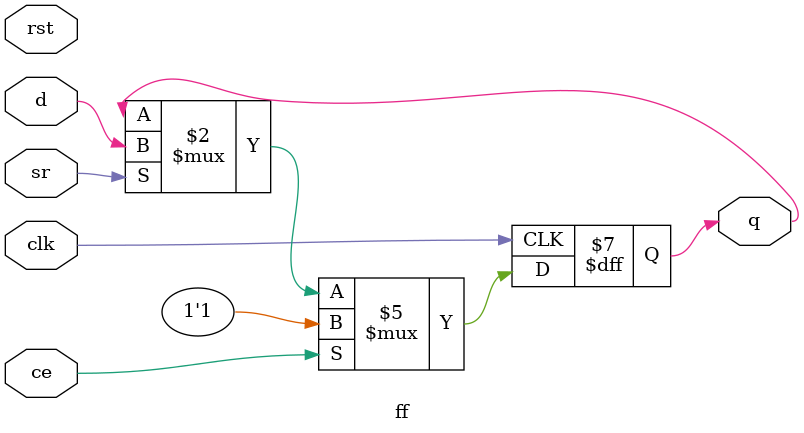
<source format=v>
`timescale 1ns / 1ps


module ff(
    input clk,
    input rst,
    input ce,
    input sr,
    input d,
    output reg q
    );
    always @ (posedge clk)
    	if(ce)
    		q <= 1;
    	else if(sr)
    		q <= d;
    
    
endmodule

</source>
